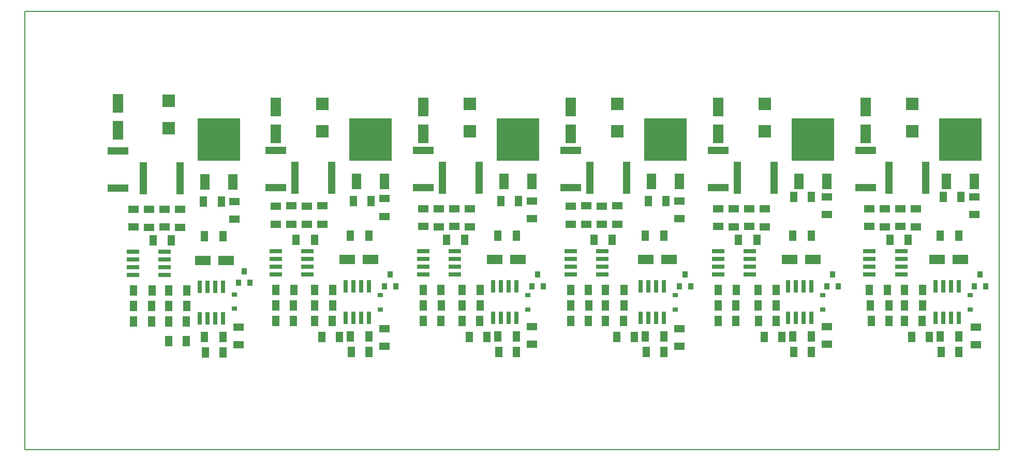
<source format=gbr>
G04 PROTEUS GERBER X2 FILE*
%TF.GenerationSoftware,Labcenter,Proteus,8.7-SP3-Build25561*%
%TF.CreationDate,2021-05-23T19:28:46+00:00*%
%TF.FileFunction,Paste,Bot*%
%TF.FilePolarity,Positive*%
%TF.Part,Single*%
%TF.SameCoordinates,{ce74c1e3-353a-4a96-b4f4-cabdf69041bd}*%
%FSLAX45Y45*%
%MOMM*%
G01*
%TA.AperFunction,Material*%
%ADD95R,0.889000X1.016000*%
%ADD90R,6.985000X6.985000*%
%ADD91R,1.524000X2.540000*%
%TA.AperFunction,Material*%
%ADD87R,2.108200X2.108200*%
%ADD94R,0.889000X0.635000*%
%ADD84R,1.193800X5.308600*%
%ADD88R,1.651000X3.048000*%
%TA.AperFunction,Material*%
%ADD96R,2.032000X0.635000*%
%ADD92R,0.635000X2.032000*%
%TA.AperFunction,Material*%
%ADD89R,3.403600X1.244600*%
%ADD93R,2.540000X1.524000*%
%ADD85R,1.143000X1.803400*%
%ADD86R,1.803400X1.143000*%
%TA.AperFunction,Profile*%
%ADD38C,0.203200*%
%TD.AperFunction*%
D95*
X+8196580Y-1389380D03*
X+8290560Y-1579880D03*
X+8102600Y-1579880D03*
D90*
X+7874000Y+825500D03*
D91*
X+8102600Y+134620D03*
X+7645400Y+134620D03*
D95*
X+5783580Y-1389380D03*
X+5877560Y-1579880D03*
X+5689600Y-1579880D03*
D90*
X+5461000Y+825500D03*
D91*
X+5689600Y+134620D03*
X+5232400Y+134620D03*
D95*
X+3370580Y-1389380D03*
X+3464560Y-1579880D03*
X+3276600Y-1579880D03*
D90*
X+3048000Y+825500D03*
D91*
X+3276600Y+134620D03*
X+2819400Y+134620D03*
D95*
X+957580Y-1389380D03*
X+1051560Y-1579880D03*
X+863600Y-1579880D03*
D90*
X+635000Y+825500D03*
D91*
X+863600Y+134620D03*
X+406400Y+134620D03*
D95*
X-1455420Y-1389380D03*
X-1361440Y-1579880D03*
X-1549400Y-1579880D03*
D90*
X-1778000Y+825500D03*
D91*
X-1549400Y+134620D03*
X-2006600Y+134620D03*
D87*
X+7086600Y+1404620D03*
X+7086600Y+954620D03*
D94*
X+8039100Y-1960880D03*
X+8039100Y-1725930D03*
D87*
X+4673600Y+1404620D03*
X+4673600Y+954620D03*
D94*
X+5626100Y-1960880D03*
X+5626100Y-1725930D03*
D87*
X+2260600Y+1404620D03*
X+2260600Y+954620D03*
D94*
X+3213100Y-1960880D03*
X+3213100Y-1725930D03*
D87*
X-152400Y+1404620D03*
X-152400Y+954620D03*
D94*
X+800100Y-1960880D03*
X+800100Y-1725930D03*
D87*
X-2565400Y+1404620D03*
X-2565400Y+954620D03*
D94*
X-1612900Y-1960880D03*
X-1612900Y-1725930D03*
D84*
X+6705600Y+198120D03*
X+7305600Y+198120D03*
X+4229100Y+198120D03*
X+4829100Y+198120D03*
X+1816100Y+198120D03*
X+2416100Y+198120D03*
X-596900Y+198120D03*
X+3100Y+198120D03*
X-3009900Y+198120D03*
X-2409900Y+198120D03*
D88*
X+6324600Y+914620D03*
X+6324600Y+1359120D03*
X+3911600Y+914620D03*
X+3911600Y+1359120D03*
X+1498600Y+914620D03*
X+1498600Y+1359120D03*
X-914400Y+914620D03*
X-914400Y+1359120D03*
X-3327400Y+914620D03*
X-3327400Y+1359120D03*
D96*
X+6908800Y-1008380D03*
X+6908800Y-1135380D03*
X+6908800Y-1262380D03*
X+6908800Y-1389380D03*
X+6388100Y-1389380D03*
X+6388100Y-1262380D03*
X+6388100Y-1135380D03*
X+6388100Y-1008380D03*
D92*
X+7848600Y-2100580D03*
X+7721600Y-2100580D03*
X+7594600Y-2100580D03*
X+7467600Y-2100580D03*
X+7467600Y-1579880D03*
X+7594600Y-1579880D03*
X+7721600Y-1579880D03*
X+7848600Y-1579880D03*
D96*
X+4432300Y-1008380D03*
X+4432300Y-1135380D03*
X+4432300Y-1262380D03*
X+4432300Y-1389380D03*
X+3911600Y-1389380D03*
X+3911600Y-1262380D03*
X+3911600Y-1135380D03*
X+3911600Y-1008380D03*
D92*
X+5435600Y-2100580D03*
X+5308600Y-2100580D03*
X+5181600Y-2100580D03*
X+5054600Y-2100580D03*
X+5054600Y-1579880D03*
X+5181600Y-1579880D03*
X+5308600Y-1579880D03*
X+5435600Y-1579880D03*
D96*
X+2019300Y-1008380D03*
X+2019300Y-1135380D03*
X+2019300Y-1262380D03*
X+2019300Y-1389380D03*
X+1498600Y-1389380D03*
X+1498600Y-1262380D03*
X+1498600Y-1135380D03*
X+1498600Y-1008380D03*
D92*
X+3022600Y-2100580D03*
X+2895600Y-2100580D03*
X+2768600Y-2100580D03*
X+2641600Y-2100580D03*
X+2641600Y-1579880D03*
X+2768600Y-1579880D03*
X+2895600Y-1579880D03*
X+3022600Y-1579880D03*
D96*
X-393700Y-1008380D03*
X-393700Y-1135380D03*
X-393700Y-1262380D03*
X-393700Y-1389380D03*
X-914400Y-1389380D03*
X-914400Y-1262380D03*
X-914400Y-1135380D03*
X-914400Y-1008380D03*
D92*
X+609600Y-2100580D03*
X+482600Y-2100580D03*
X+355600Y-2100580D03*
X+228600Y-2100580D03*
X+228600Y-1579880D03*
X+355600Y-1579880D03*
X+482600Y-1579880D03*
X+609600Y-1579880D03*
D96*
X-2806700Y-1008380D03*
X-2806700Y-1135380D03*
X-2806700Y-1262380D03*
X-2806700Y-1389380D03*
X-3327400Y-1389380D03*
X-3327400Y-1262380D03*
X-3327400Y-1135380D03*
X-3327400Y-1008380D03*
D92*
X-1803400Y-2100580D03*
X-1930400Y-2100580D03*
X-2057400Y-2100580D03*
X-2184400Y-2100580D03*
X-2184400Y-1579880D03*
X-2057400Y-1579880D03*
X-1930400Y-1579880D03*
X-1803400Y-1579880D03*
D89*
X-3327400Y+642620D03*
X-3327400Y+32620D03*
X+6324600Y+642620D03*
X+6324600Y+32620D03*
X+1498600Y+642620D03*
X+1498600Y+32620D03*
X+3911600Y+642620D03*
X+3911600Y+32620D03*
X-914400Y+642620D03*
X-914400Y+32620D03*
D93*
X+7874000Y-1143000D03*
X+7493000Y-1143000D03*
D85*
X+7848600Y-754380D03*
X+7548600Y-754380D03*
D93*
X+5461000Y-1143000D03*
X+5080000Y-1143000D03*
D85*
X+5435600Y-754380D03*
X+5135600Y-754380D03*
D93*
X+3111500Y-1143000D03*
X+2730500Y-1143000D03*
D85*
X+3022600Y-754380D03*
X+2722600Y-754380D03*
D93*
X+635000Y-1143000D03*
X+254000Y-1143000D03*
D85*
X+609600Y-754380D03*
X+309600Y-754380D03*
D93*
X-1778000Y-1143000D03*
X-2159000Y-1143000D03*
D85*
X-1803400Y-754380D03*
X-2103400Y-754380D03*
X+6705600Y-2151380D03*
X+6415600Y-2151380D03*
X+6678100Y-1643380D03*
X+6388100Y-1643380D03*
D86*
X+6388100Y-599880D03*
X+6388100Y-309880D03*
X+6896100Y-599880D03*
X+6896100Y-309880D03*
D85*
X+7249600Y-2151380D03*
X+6959600Y-2151380D03*
D86*
X+8128000Y-2250000D03*
X+8128000Y-2540000D03*
D85*
X+7848600Y-2405380D03*
X+7548600Y-2405380D03*
D86*
X+7150100Y-309880D03*
X+7150100Y-609880D03*
X+8102600Y-119380D03*
X+8102600Y-409380D03*
D85*
X+7594600Y-119380D03*
X+7884600Y-119380D03*
X+7848600Y-2659380D03*
X+7558600Y-2659380D03*
D86*
X+6642100Y-309880D03*
X+6642100Y-609880D03*
D85*
X+7023100Y-817880D03*
X+6723100Y-817880D03*
X+7259600Y-1643380D03*
X+6959600Y-1643380D03*
X+7259600Y-1897380D03*
X+6959600Y-1897380D03*
X+6705600Y-1897380D03*
X+6405600Y-1897380D03*
X+4864100Y-1897380D03*
X+4564100Y-1897380D03*
X+4546600Y-817880D03*
X+4246600Y-817880D03*
X+4211600Y-1643380D03*
X+3911600Y-1643380D03*
D86*
X+4165600Y-309880D03*
X+4165600Y-609880D03*
D85*
X+4864100Y-1643380D03*
X+4564100Y-1643380D03*
X+5435600Y-2405380D03*
X+5135600Y-2405380D03*
X+5435600Y-2659380D03*
X+5145600Y-2659380D03*
D86*
X+5689600Y-2242380D03*
X+5689600Y-2532380D03*
X+5689600Y-119380D03*
X+5689600Y-409380D03*
D85*
X+5145600Y-119380D03*
X+5435600Y-119380D03*
X+3022600Y-2659380D03*
X+2732600Y-2659380D03*
D86*
X+3276600Y-2278380D03*
X+3276600Y-2568380D03*
X+3276600Y-182880D03*
X+3276600Y-472880D03*
D85*
X+2768600Y-182880D03*
X+3058600Y-182880D03*
D86*
X+3911600Y-599880D03*
X+3911600Y-309880D03*
X+4419600Y-599880D03*
X+4419600Y-309880D03*
X+4673600Y-309880D03*
X+4673600Y-609880D03*
D85*
X+4201600Y-2151380D03*
X+3911600Y-2151380D03*
X+4201600Y-1897380D03*
X+3911600Y-1897380D03*
X+4864100Y-2151380D03*
X+4574100Y-2151380D03*
X+3022600Y-2405380D03*
X+2722600Y-2405380D03*
D86*
X+2006600Y-563880D03*
X+2006600Y-273880D03*
X+1498600Y-563880D03*
X+1498600Y-273880D03*
X-914400Y-599880D03*
X-914400Y-309880D03*
X-406400Y-599880D03*
X-406400Y-309880D03*
X+1752600Y-263880D03*
X+1752600Y-563880D03*
X-660400Y-309880D03*
X-660400Y-609880D03*
D85*
X+2179600Y-817880D03*
X+1879600Y-817880D03*
X-233400Y-817880D03*
X-533400Y-817880D03*
D86*
X+2260600Y-263880D03*
X+2260600Y-563880D03*
X-152400Y-309880D03*
X-152400Y-609880D03*
X-3327400Y-563880D03*
X-3327400Y-273880D03*
X-2819400Y-563880D03*
X-2819400Y-273880D03*
X-2565400Y-263880D03*
X-2565400Y-563880D03*
X-3073400Y-263880D03*
X-3073400Y-563880D03*
D85*
X-2692400Y-817880D03*
X-2992400Y-817880D03*
X+1788600Y-2151380D03*
X+1498600Y-2151380D03*
X+1788600Y-1643380D03*
X+1498600Y-1643380D03*
X+2360100Y-2151380D03*
X+2070100Y-2151380D03*
X+2370100Y-1897380D03*
X+2070100Y-1897380D03*
X+1798600Y-1897380D03*
X+1498600Y-1897380D03*
X+2370100Y-1643380D03*
X+2070100Y-1643380D03*
X+609600Y-2405380D03*
X+309600Y-2405380D03*
D86*
X+863600Y-2242380D03*
X+863600Y-2532380D03*
D85*
X+609600Y-2659380D03*
X+319600Y-2659380D03*
D86*
X+863600Y-182880D03*
X+863600Y-472880D03*
D85*
X+355600Y-182880D03*
X+645600Y-182880D03*
X+10600Y-2151380D03*
X-279400Y-2151380D03*
X-624400Y-2151380D03*
X-914400Y-2151380D03*
X-624400Y-1643380D03*
X-914400Y-1643380D03*
X+20600Y-1897380D03*
X-279400Y-1897380D03*
X-614400Y-1897380D03*
X-914400Y-1897380D03*
X+20600Y-1643380D03*
X-279400Y-1643380D03*
X-2392400Y-1897380D03*
X-2692400Y-1897380D03*
X-3027400Y-1643380D03*
X-3327400Y-1643380D03*
X-2392400Y-1643380D03*
X-2692400Y-1643380D03*
X-1803400Y-2405380D03*
X-2103400Y-2405380D03*
X-3037400Y-2151380D03*
X-3327400Y-2151380D03*
X-3037400Y-1897380D03*
X-3327400Y-1897380D03*
X-2402400Y-2151380D03*
X-2692400Y-2151380D03*
D86*
X-1549400Y-2278380D03*
X-1549400Y-2568380D03*
X-1549400Y-146880D03*
X-1549400Y-436880D03*
D85*
X-2057400Y-182880D03*
X-1767400Y-182880D03*
X-1803400Y-2659380D03*
X-2093400Y-2659380D03*
D90*
X-4254500Y+817880D03*
D91*
X-4025900Y+127000D03*
X-4483100Y+127000D03*
D89*
X-5905500Y+635000D03*
X-5905500Y+25000D03*
D96*
X-5143500Y-1016000D03*
X-5143500Y-1143000D03*
X-5143500Y-1270000D03*
X-5143500Y-1397000D03*
X-5664200Y-1397000D03*
X-5664200Y-1270000D03*
X-5664200Y-1143000D03*
X-5664200Y-1016000D03*
D92*
X-4191000Y-2108200D03*
X-4318000Y-2108200D03*
X-4445000Y-2108200D03*
X-4572000Y-2108200D03*
X-4572000Y-1587500D03*
X-4445000Y-1587500D03*
X-4318000Y-1587500D03*
X-4191000Y-1587500D03*
D87*
X-5080000Y+1460500D03*
X-5080000Y+1010500D03*
D94*
X-4000500Y-1949450D03*
X-4000500Y-1714500D03*
D95*
X-3843020Y-1333500D03*
X-3749040Y-1524000D03*
X-3937000Y-1524000D03*
D88*
X-5905500Y+970500D03*
X-5905500Y+1415000D03*
D84*
X-5489500Y+190500D03*
X-4889500Y+190500D03*
D85*
X-4780000Y-1905000D03*
X-5080000Y-1905000D03*
X-5034000Y-825500D03*
X-5334000Y-825500D03*
X-5351500Y-1651000D03*
X-5651500Y-1651000D03*
D86*
X-5397500Y-317500D03*
X-5397500Y-617500D03*
D85*
X-4780000Y-1651000D03*
X-5080000Y-1651000D03*
X-4191000Y-2413000D03*
X-4491000Y-2413000D03*
X-4191000Y-762000D03*
X-4491000Y-762000D03*
D86*
X-4889500Y-317500D03*
X-4889500Y-617500D03*
D93*
X-4141610Y-1157110D03*
X-4522610Y-1157110D03*
D85*
X-5361500Y-2159000D03*
X-5651500Y-2159000D03*
X-5361500Y-1905000D03*
X-5651500Y-1905000D03*
D86*
X-5651500Y-607500D03*
X-5651500Y-317500D03*
X-5143500Y-607500D03*
X-5143500Y-317500D03*
D85*
X-4790000Y-2159000D03*
X-5080000Y-2159000D03*
D86*
X-3937000Y-2250000D03*
X-3937000Y-2540000D03*
X-4000500Y-190500D03*
X-4000500Y-480500D03*
D85*
X-4508500Y-190500D03*
X-4218500Y-190500D03*
X-4191000Y-2667000D03*
X-4481000Y-2667000D03*
X+7366000Y-2413000D03*
X+7076000Y-2413000D03*
X+4953000Y-2413000D03*
X+4663000Y-2413000D03*
X+2540000Y-2413000D03*
X+2250000Y-2413000D03*
X+127000Y-2413000D03*
X-163000Y-2413000D03*
X-2286000Y-2413000D03*
X-2576000Y-2413000D03*
X-4790000Y-2476500D03*
X-5080000Y-2476500D03*
D38*
X-7429500Y-4254500D02*
X+8509000Y-4254500D01*
X+8509000Y+2921000D01*
X-7429500Y+2921000D01*
X-7429500Y-4254500D01*
M02*

</source>
